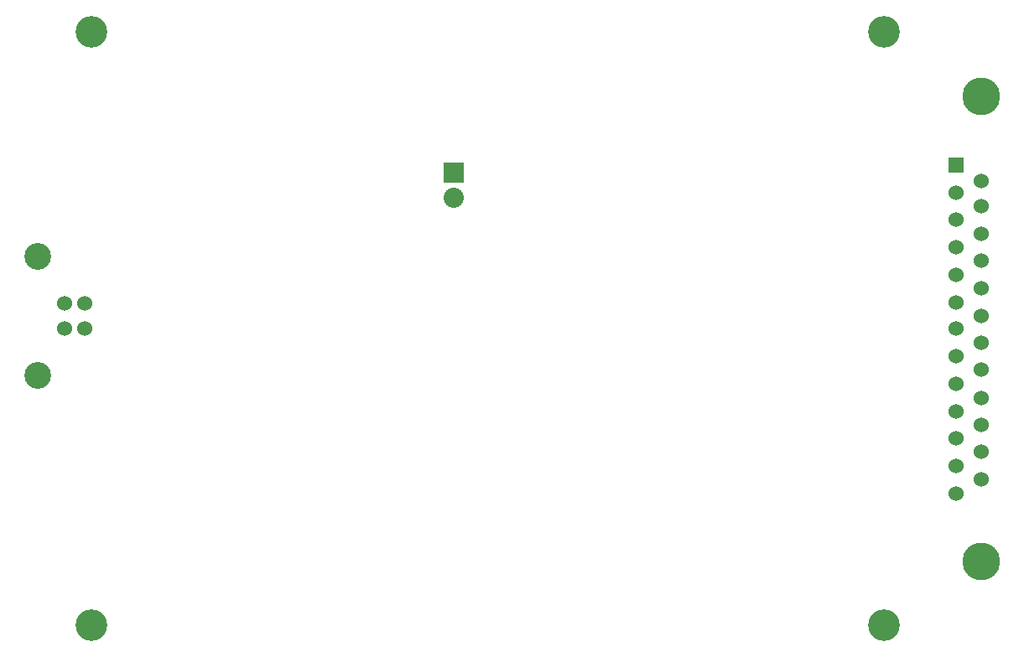
<source format=gbr>
G04 #@! TF.FileFunction,Soldermask,Bot*
%FSLAX46Y46*%
G04 Gerber Fmt 4.6, Leading zero omitted, Abs format (unit mm)*
G04 Created by KiCad (PCBNEW 4.0.1-stable) date 17/04/2016 17:24:36*
%MOMM*%
G01*
G04 APERTURE LIST*
%ADD10C,0.100000*%
%ADD11C,1.524000*%
%ADD12C,2.700020*%
%ADD13C,3.810000*%
%ADD14R,1.524000X1.524000*%
%ADD15C,3.200000*%
%ADD16R,2.032000X2.032000*%
%ADD17O,2.032000X2.032000*%
G04 APERTURE END LIST*
D10*
D11*
X78174000Y-80810000D03*
X78174000Y-83350000D03*
X76175020Y-83350000D03*
X76175020Y-80810000D03*
D12*
X73475000Y-76080520D03*
X73475000Y-88079480D03*
D13*
X168720000Y-106845000D03*
X168720000Y-59855000D03*
D14*
X166180000Y-66840000D03*
D11*
X166180000Y-69634000D03*
X166180000Y-72301000D03*
X166180000Y-75095000D03*
X166180000Y-77889000D03*
X166180000Y-80683000D03*
X166180000Y-83350000D03*
X166180000Y-86144000D03*
X166180000Y-88938000D03*
X166180000Y-91732000D03*
X166180000Y-94399000D03*
X166180000Y-97193000D03*
X166180000Y-99987000D03*
X168720000Y-68414800D03*
X168720000Y-70954800D03*
X168720000Y-73748800D03*
X168720000Y-76492000D03*
X168720000Y-79235200D03*
X168720000Y-82029200D03*
X168720000Y-84772400D03*
X168720000Y-87515600D03*
X168720000Y-90360400D03*
X168720000Y-93052800D03*
X168720000Y-95796000D03*
X168720000Y-98590000D03*
D15*
X158900000Y-113350000D03*
X78900000Y-53350000D03*
X78900000Y-113350000D03*
X158900000Y-53350000D03*
D16*
X115425000Y-67585000D03*
D17*
X115425000Y-70125000D03*
M02*

</source>
